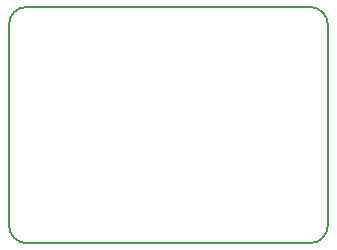
<source format=gbr>
G04 #@! TF.GenerationSoftware,KiCad,Pcbnew,5.0.2-bee76a0~70~ubuntu18.04.1*
G04 #@! TF.CreationDate,2019-01-01T14:20:38-08:00*
G04 #@! TF.ProjectId,USB_TypeA_Breakout_V1,5553425f-5479-4706-9541-5f427265616b,rev?*
G04 #@! TF.SameCoordinates,Original*
G04 #@! TF.FileFunction,Profile,NP*
%FSLAX46Y46*%
G04 Gerber Fmt 4.6, Leading zero omitted, Abs format (unit mm)*
G04 Created by KiCad (PCBNEW 5.0.2-bee76a0~70~ubuntu18.04.1) date Tue 01 Jan 2019 02:20:38 PM PST*
%MOMM*%
%LPD*%
G01*
G04 APERTURE LIST*
%ADD10C,0.150000*%
G04 APERTURE END LIST*
D10*
X112433143Y-75819003D02*
G75*
G02X113933100Y-74307700I1499957J11303D01*
G01*
X113946190Y-94307643D02*
G75*
G02X112433100Y-92807700I-13090J1499943D01*
G01*
X137921997Y-74307741D02*
G75*
G02X139433100Y-75807700I11103J-1499959D01*
G01*
X139433098Y-92810318D02*
G75*
G02X137933100Y-94307700I-1499998J2618D01*
G01*
X113933100Y-74307700D02*
X137921997Y-74307700D01*
X139433100Y-75807700D02*
X139433100Y-92809060D01*
X137933100Y-94307700D02*
X113946190Y-94307700D01*
X112433100Y-92807700D02*
X112433100Y-75819003D01*
M02*

</source>
